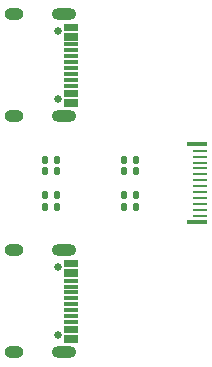
<source format=gbr>
%TF.GenerationSoftware,KiCad,Pcbnew,5.99.0-unknown-5f1e9bc8a7~129~ubuntu20.04.1*%
%TF.CreationDate,2021-06-14T18:11:25+08:00*%
%TF.ProjectId,M5Pi-TYPE-C,4d355069-2d54-4595-9045-2d432e6b6963,rev?*%
%TF.SameCoordinates,Original*%
%TF.FileFunction,Soldermask,Top*%
%TF.FilePolarity,Negative*%
%FSLAX46Y46*%
G04 Gerber Fmt 4.6, Leading zero omitted, Abs format (unit mm)*
G04 Created by KiCad (PCBNEW 5.99.0-unknown-5f1e9bc8a7~129~ubuntu20.04.1) date 2021-06-14 18:11:25*
%MOMM*%
%LPD*%
G01*
G04 APERTURE LIST*
G04 Aperture macros list*
%AMRoundRect*
0 Rectangle with rounded corners*
0 $1 Rounding radius*
0 $2 $3 $4 $5 $6 $7 $8 $9 X,Y pos of 4 corners*
0 Add a 4 corners polygon primitive as box body*
4,1,4,$2,$3,$4,$5,$6,$7,$8,$9,$2,$3,0*
0 Add four circle primitives for the rounded corners*
1,1,$1+$1,$2,$3*
1,1,$1+$1,$4,$5*
1,1,$1+$1,$6,$7*
1,1,$1+$1,$8,$9*
0 Add four rect primitives between the rounded corners*
20,1,$1+$1,$2,$3,$4,$5,0*
20,1,$1+$1,$4,$5,$6,$7,0*
20,1,$1+$1,$6,$7,$8,$9,0*
20,1,$1+$1,$8,$9,$2,$3,0*%
G04 Aperture macros list end*
%ADD10RoundRect,0.135000X0.135000X0.185000X-0.135000X0.185000X-0.135000X-0.185000X0.135000X-0.185000X0*%
%ADD11RoundRect,0.135000X-0.135000X-0.185000X0.135000X-0.185000X0.135000X0.185000X-0.135000X0.185000X0*%
%ADD12C,0.650000*%
%ADD13R,1.150000X0.300000*%
%ADD14O,1.600000X1.000000*%
%ADD15O,2.100000X1.000000*%
%ADD16R,1.200000X0.220000*%
%ADD17R,1.700000X0.400000*%
G04 APERTURE END LIST*
D10*
%TO.C,R4*%
X143510000Y-111000000D03*
X142490000Y-111000000D03*
%TD*%
D11*
%TO.C,R2*%
X149180000Y-113000000D03*
X150200000Y-113000000D03*
%TD*%
D12*
%TO.C,UART1*%
X143605000Y-99110000D03*
X143605000Y-104890000D03*
D13*
X144670000Y-98650000D03*
X144670000Y-99450000D03*
X144670000Y-100750000D03*
X144670000Y-101750000D03*
X144670000Y-102250000D03*
X144670000Y-103250000D03*
X144670000Y-104550000D03*
X144670000Y-105350000D03*
X144670000Y-105050000D03*
X144670000Y-104250000D03*
X144670000Y-103750000D03*
X144670000Y-102750000D03*
X144670000Y-101250000D03*
X144670000Y-100250000D03*
X144670000Y-99750000D03*
X144670000Y-98950000D03*
D14*
X139925000Y-97680000D03*
X139925000Y-106320000D03*
D15*
X144105000Y-106320000D03*
X144105000Y-97680000D03*
%TD*%
D10*
%TO.C,R8*%
X150200000Y-114000000D03*
X149180000Y-114000000D03*
%TD*%
%TO.C,R7*%
X142490000Y-114000000D03*
X143510000Y-114000000D03*
%TD*%
%TO.C,R6*%
X143510000Y-113000000D03*
X142490000Y-113000000D03*
%TD*%
%TO.C,R5*%
X150200000Y-110000000D03*
X149180000Y-110000000D03*
%TD*%
%TO.C,R3*%
X143510000Y-110000000D03*
X142490000Y-110000000D03*
%TD*%
D11*
%TO.C,R1*%
X149180000Y-111000000D03*
X150200000Y-111000000D03*
%TD*%
D12*
%TO.C,OTG1*%
X143605000Y-119110000D03*
X143605000Y-124890000D03*
D13*
X144670000Y-118650000D03*
X144670000Y-119450000D03*
X144670000Y-120750000D03*
X144670000Y-121750000D03*
X144670000Y-122250000D03*
X144670000Y-123250000D03*
X144670000Y-124550000D03*
X144670000Y-125350000D03*
X144670000Y-125050000D03*
X144670000Y-124250000D03*
X144670000Y-123750000D03*
X144670000Y-122750000D03*
X144670000Y-121250000D03*
X144670000Y-120250000D03*
X144670000Y-119750000D03*
X144670000Y-118950000D03*
D14*
X139925000Y-117680000D03*
X139925000Y-126320000D03*
D15*
X144105000Y-126320000D03*
X144105000Y-117680000D03*
%TD*%
D16*
%TO.C,M5Pi-USB1*%
X155600000Y-109250000D03*
X155600000Y-109750000D03*
X155600000Y-110250000D03*
X155600000Y-110750000D03*
X155600000Y-111250000D03*
X155600000Y-111750000D03*
X155600000Y-112250000D03*
X155600000Y-112750000D03*
X155600000Y-113250000D03*
X155600000Y-113750000D03*
X155600000Y-114250000D03*
X155600000Y-114750000D03*
D17*
X155350000Y-115325000D03*
X155350000Y-108675000D03*
%TD*%
M02*

</source>
